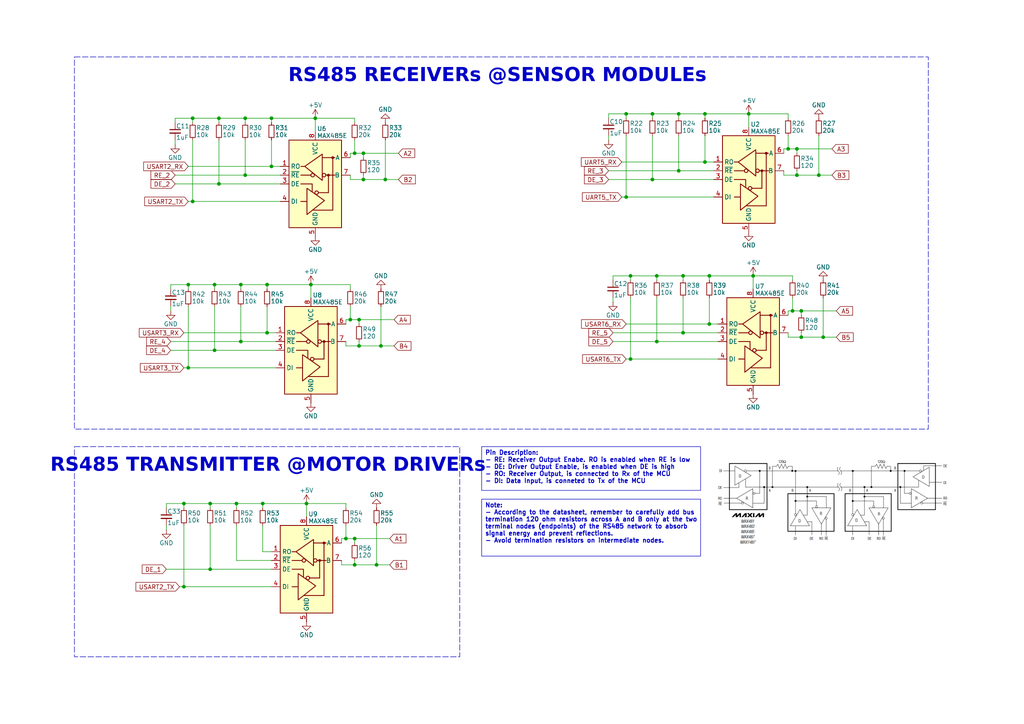
<source format=kicad_sch>
(kicad_sch (version 20231120) (generator "eeschema") (generator_version "8.0")
  (paper "A4")
  (lib_symbols
    (symbol "Device:C_Small" (pin_numbers hide) (pin_names (offset 0.254) hide)
      (property "Reference" "C" (at 0.254 1.778 0))
      (property "Value" "C_Small" (at 0.254 -2.032 0))
      (symbol "C_Small_0_1"
        (polyline (pts (xy -1.524 -0.508) (xy 1.524 -0.508)) (stroke (width 0.3302)))
        (polyline (pts (xy -1.524 0.508) (xy 1.524 0.508)) (stroke (width 0.3048)))
      )
      (symbol "C_Small_1_1"
        (pin passive line (at 0 2.54 270) (length 2.032) (name "~") (number "1"))
        (pin passive line (at 0 -2.54 90) (length 2.032) (name "~") (number "2"))
      )
    )
    (symbol "Device:R_Small" (pin_numbers hide) (pin_names (offset 0.254) hide)
      (property "Reference" "R" (at 0.762 0.508 0))
      (property "Value" "R_Small" (at 0.762 -1.016 0))
      (symbol "R_Small_0_1"
        (rectangle (start -0.762 1.778) (end 0.762 -1.778) (stroke (width 0.2032)))
      )
      (symbol "R_Small_1_1"
        (pin passive line (at 0 2.54 270) (length 0.762) (name "~") (number "1"))
        (pin passive line (at 0 -2.54 90) (length 0.762) (name "~") (number "2"))
      )
    )
    (symbol "Interface_UART:MAX485E"
      (property "Reference" "U" (at -6.985 13.97 0))
      (property "Value" "MAX485E" (at 1.905 13.97 0))
      (symbol "MAX485E_0_1"
        (rectangle (start -7.62 12.7) (end 7.62 -12.7) (stroke (width 0.254)) (fill (type background)))
        (polyline (pts (xy -4.191 2.54) (xy -1.27 2.54)) (stroke (width 0.254)))
        (polyline (pts (xy -2.54 -5.08) (xy -4.191 -5.08)) (stroke (width 0.254)))
        (polyline (pts (xy -0.635 -7.62) (xy 5.08 -7.62)) (stroke (width 0.254)))
        (polyline (pts (xy 0.889 -2.54) (xy 3.81 -2.54)) (stroke (width 0.254)))
        (polyline (pts (xy 2.032 7.62) (xy 5.715 7.62)) (stroke (width 0.254)))
        (polyline (pts (xy 3.048 2.54) (xy 5.715 2.54)) (stroke (width 0.254)))
        (polyline (pts (xy 3.81 -2.54) (xy 3.81 2.54)) (stroke (width 0.254)))
        (polyline (pts (xy 5.08 -7.62) (xy 5.08 7.62)) (stroke (width 0.254)))
        (polyline (pts (xy -4.191 0) (xy -0.889 0) (xy -0.889 -2.286)) (stroke (width 0.254)))
        (polyline (pts (xy -3.175 5.08) (xy -4.191 5.08) (xy -4.064 5.08)) (stroke (width 0.254)))
        (polyline (pts (xy -2.413 -5.08) (xy -2.413 -1.27) (xy 2.667 -4.826) (xy -2.413 -8.89) (xy -2.413 -5.08)) (stroke (width 0.254)))
        (circle (center 0.381 -2.54) (radius 0.508) (stroke (width 0.254)))
        (circle (center 3.81 2.54) (radius 0.2794) (stroke (width 0.254)) (fill (type outline)))
      )
      (symbol "MAX485E_1_1"
        (circle (center -0.762 2.54) (radius 0.508) (stroke (width 0.254)))
        (polyline (pts (xy 2.032 4.826) (xy 2.032 8.636) (xy -3.048 5.08) (xy 2.032 1.016) (xy 2.032 4.826)) (stroke (width 0.254)))
        (circle (center 2.54 2.54) (radius 0.508) (stroke (width 0.254)))
        (circle (center 5.08 7.62) (radius 0.2794) (stroke (width 0.254)) (fill (type outline)))
        (pin output line (at -10.16 5.08 0) (length 2.54) (name "RO") (number "1"))
        (pin input line (at -10.16 2.54 0) (length 2.54) (name "~{RE}") (number "2"))
        (pin input line (at -10.16 0 0) (length 2.54) (name "DE") (number "3"))
        (pin input line (at -10.16 -5.08 0) (length 2.54) (name "DI") (number "4"))
        (pin power_in line (at 0 -15.24 90) (length 2.54) (name "GND") (number "5"))
        (pin bidirectional line (at 10.16 7.62 180) (length 2.54) (name "A") (number "6"))
        (pin bidirectional line (at 10.16 2.54 180) (length 2.54) (name "B") (number "7"))
        (pin power_in line (at 0 15.24 270) (length 2.54) (name "VCC") (number "8"))
      )
    )
    (symbol "power:+5V" (power) (pin_numbers hide) (pin_names (offset 0) hide)
      (property "Value" "+5V" (at 0 3.556 0))
      (symbol "+5V_0_1"
        (polyline (pts (xy -0.762 1.27) (xy 0 2.54)))
        (polyline (pts (xy 0 0) (xy 0 2.54)))
        (polyline (pts (xy 0 2.54) (xy 0.762 1.27)))
      )
      (symbol "+5V_1_1"
        (pin power_in line (at 0 0 90) (length 0) (name "~") (number "1"))
      )
    )
    (symbol "power:GND" (power) (pin_numbers hide) (pin_names (offset 0) hide)
      (property "Value" "GND" (at 0 -3.81 0))
      (symbol "GND_0_1"
        (polyline (pts (xy 0 0) (xy 0 -1.27) (xy 1.27 -1.27) (xy 0 -2.54) (xy -1.27 -1.27) (xy 0 -1.27)))
      )
      (symbol "GND_1_1"
        (pin power_in line (at 0 0 270) (length 0) (name "~") (number "1"))
      )
    )
  )
  (junction (at 181.61 33.02))
  (junction (at 238.76 97.79))
  (junction (at 198.12 96.52))
  (junction (at 218.44 80.01))
  (junction (at 62.23 101.6))
  (junction (at 204.47 46.99))
  (junction (at 71.12 34.29))
  (junction (at 78.74 48.26))
  (junction (at 90.17 82.55))
  (junction (at 228.6 43.18))
  (junction (at 63.5 34.29))
  (junction (at 205.74 80.01))
  (junction (at 198.12 80.01))
  (junction (at 63.5 53.34))
  (junction (at 109.22 163.83))
  (junction (at 102.87 156.21))
  (junction (at 189.23 52.07))
  (junction (at 237.49 50.8))
  (junction (at 68.58 146.05))
  (junction (at 101.6 92.71))
  (junction (at 102.87 44.45))
  (junction (at 77.47 96.52))
  (junction (at 229.87 90.17))
  (junction (at 102.87 163.83))
  (junction (at 190.5 80.01))
  (junction (at 111.76 52.07))
  (junction (at 54.61 106.68))
  (junction (at 76.2 146.05))
  (junction (at 110.49 100.33))
  (junction (at 205.74 93.98))
  (junction (at 88.9 146.05))
  (junction (at 196.85 49.53))
  (junction (at 196.85 33.02))
  (junction (at 105.41 52.07))
  (junction (at 190.5 99.06))
  (junction (at 217.17 33.02))
  (junction (at 54.61 82.55))
  (junction (at 104.14 92.71))
  (junction (at 62.23 82.55))
  (junction (at 231.14 43.18))
  (junction (at 77.47 82.55))
  (junction (at 60.96 165.1))
  (junction (at 100.33 156.21))
  (junction (at 53.34 146.05))
  (junction (at 232.41 97.79))
  (junction (at 182.88 80.01))
  (junction (at 91.44 34.29))
  (junction (at 204.47 33.02))
  (junction (at 69.85 82.55))
  (junction (at 55.88 58.42))
  (junction (at 69.85 99.06))
  (junction (at 189.23 33.02))
  (junction (at 104.14 100.33))
  (junction (at 181.61 57.15))
  (junction (at 78.74 34.29))
  (junction (at 105.41 44.45))
  (junction (at 60.96 146.05))
  (junction (at 232.41 90.17))
  (junction (at 71.12 50.8))
  (junction (at 55.88 34.29))
  (junction (at 231.14 50.8))
  (junction (at 53.34 170.18))
  (junction (at 182.88 104.14))
  (wire (pts (xy 62.23 82.55) (xy 62.23 83.82)))
  (wire (pts (xy 63.5 40.64) (xy 63.5 53.34)))
  (wire (pts (xy 49.53 90.17) (xy 49.53 88.9)))
  (wire (pts (xy 81.28 48.26) (xy 78.74 48.26)))
  (wire (pts (xy 217.17 33.02) (xy 217.17 36.83)))
  (wire (pts (xy 110.49 100.33) (xy 114.3 100.33)))
  (wire (pts (xy 182.88 86.36) (xy 182.88 104.14)))
  (wire (pts (xy 176.53 33.02) (xy 181.61 33.02)))
  (wire (pts (xy 69.85 88.9) (xy 69.85 99.06)))
  (wire (pts (xy 69.85 82.55) (xy 77.47 82.55)))
  (wire (pts (xy 55.88 34.29) (xy 63.5 34.29)))
  (wire (pts (xy 229.87 86.36) (xy 229.87 90.17)))
  (wire (pts (xy 101.6 52.07) (xy 101.6 50.8)))
  (wire (pts (xy 231.14 50.8) (xy 231.14 49.53)))
  (wire (pts (xy 100.33 92.71) (xy 101.6 92.71)))
  (wire (pts (xy 177.8 87.63) (xy 177.8 86.36)))
  (wire (pts (xy 217.17 33.02) (xy 228.6 33.02)))
  (wire (pts (xy 99.06 163.83) (xy 99.06 162.56)))
  (wire (pts (xy 49.53 82.55) (xy 54.61 82.55)))
  (wire (pts (xy 101.6 44.45) (xy 102.87 44.45)))
  (wire (pts (xy 105.41 44.45) (xy 105.41 45.72)))
  (wire (pts (xy 218.44 80.01) (xy 229.87 80.01)))
  (wire (pts (xy 101.6 52.07) (xy 105.41 52.07)))
  (wire (pts (xy 77.47 96.52) (xy 77.47 88.9)))
  (wire (pts (xy 198.12 81.28) (xy 198.12 80.01)))
  (wire (pts (xy 49.53 101.6) (xy 62.23 101.6)))
  (wire (pts (xy 55.88 58.42) (xy 81.28 58.42)))
  (wire (pts (xy 101.6 44.45) (xy 101.6 45.72)))
  (wire (pts (xy 102.87 156.21) (xy 102.87 157.48)))
  (wire (pts (xy 227.33 43.18) (xy 228.6 43.18)))
  (wire (pts (xy 196.85 33.02) (xy 204.47 33.02)))
  (wire (pts (xy 105.41 52.07) (xy 105.41 50.8)))
  (wire (pts (xy 80.01 96.52) (xy 77.47 96.52)))
  (wire (pts (xy 228.6 97.79) (xy 228.6 96.52)))
  (wire (pts (xy 109.22 152.4) (xy 109.22 163.83)))
  (wire (pts (xy 63.5 34.29) (xy 63.5 35.56)))
  (wire (pts (xy 180.34 46.99) (xy 204.47 46.99)))
  (wire (pts (xy 55.88 35.56) (xy 55.88 34.29)))
  (wire (pts (xy 53.34 96.52) (xy 77.47 96.52)))
  (wire (pts (xy 182.88 80.01) (xy 190.5 80.01)))
  (wire (pts (xy 77.47 82.55) (xy 90.17 82.55)))
  (wire (pts (xy 90.17 82.55) (xy 101.6 82.55)))
  (wire (pts (xy 50.8 41.91) (xy 50.8 40.64)))
  (wire (pts (xy 182.88 81.28) (xy 182.88 80.01)))
  (wire (pts (xy 196.85 39.37) (xy 196.85 49.53)))
  (wire (pts (xy 76.2 146.05) (xy 76.2 147.32)))
  (wire (pts (xy 189.23 39.37) (xy 189.23 52.07)))
  (wire (pts (xy 76.2 160.02) (xy 76.2 152.4)))
  (wire (pts (xy 101.6 88.9) (xy 101.6 92.71)))
  (wire (pts (xy 231.14 43.18) (xy 241.3 43.18)))
  (wire (pts (xy 204.47 33.02) (xy 204.47 34.29)))
  (wire (pts (xy 237.49 50.8) (xy 241.3 50.8)))
  (wire (pts (xy 227.33 50.8) (xy 231.14 50.8)))
  (wire (pts (xy 100.33 147.32) (xy 100.33 146.05)))
  (wire (pts (xy 227.33 50.8) (xy 227.33 49.53)))
  (wire (pts (xy 90.17 82.55) (xy 90.17 86.36)))
  (wire (pts (xy 99.06 163.83) (xy 102.87 163.83)))
  (wire (pts (xy 228.6 97.79) (xy 232.41 97.79)))
  (wire (pts (xy 50.8 34.29) (xy 55.88 34.29)))
  (wire (pts (xy 232.41 97.79) (xy 232.41 96.52)))
  (wire (pts (xy 189.23 33.02) (xy 196.85 33.02)))
  (wire (pts (xy 68.58 147.32) (xy 68.58 146.05)))
  (wire (pts (xy 238.76 97.79) (xy 242.57 97.79)))
  (wire (pts (xy 71.12 50.8) (xy 81.28 50.8)))
  (wire (pts (xy 181.61 93.98) (xy 205.74 93.98)))
  (wire (pts (xy 177.8 80.01) (xy 177.8 81.28)))
  (wire (pts (xy 198.12 96.52) (xy 208.28 96.52)))
  (wire (pts (xy 62.23 82.55) (xy 69.85 82.55)))
  (wire (pts (xy 228.6 90.17) (xy 228.6 91.44)))
  (wire (pts (xy 205.74 80.01) (xy 205.74 81.28)))
  (wire (pts (xy 182.88 104.14) (xy 208.28 104.14)))
  (wire (pts (xy 181.61 33.02) (xy 189.23 33.02)))
  (wire (pts (xy 102.87 163.83) (xy 109.22 163.83)))
  (wire (pts (xy 62.23 88.9) (xy 62.23 101.6)))
  (wire (pts (xy 101.6 92.71) (xy 104.14 92.71)))
  (wire (pts (xy 48.26 146.05) (xy 53.34 146.05)))
  (wire (pts (xy 48.26 165.1) (xy 60.96 165.1)))
  (wire (pts (xy 198.12 86.36) (xy 198.12 96.52)))
  (wire (pts (xy 60.96 146.05) (xy 68.58 146.05)))
  (wire (pts (xy 69.85 99.06) (xy 80.01 99.06)))
  (wire (pts (xy 196.85 49.53) (xy 207.01 49.53)))
  (wire (pts (xy 100.33 152.4) (xy 100.33 156.21)))
  (wire (pts (xy 101.6 83.82) (xy 101.6 82.55)))
  (wire (pts (xy 54.61 83.82) (xy 54.61 82.55)))
  (wire (pts (xy 176.53 49.53) (xy 196.85 49.53)))
  (wire (pts (xy 78.74 34.29) (xy 91.44 34.29)))
  (wire (pts (xy 71.12 35.56) (xy 71.12 34.29)))
  (wire (pts (xy 232.41 90.17) (xy 232.41 91.44)))
  (wire (pts (xy 102.87 156.21) (xy 113.03 156.21)))
  (wire (pts (xy 54.61 88.9) (xy 54.61 106.68)))
  (wire (pts (xy 181.61 57.15) (xy 207.01 57.15)))
  (wire (pts (xy 104.14 92.71) (xy 114.3 92.71)))
  (wire (pts (xy 204.47 46.99) (xy 204.47 39.37)))
  (wire (pts (xy 205.74 80.01) (xy 218.44 80.01)))
  (wire (pts (xy 68.58 146.05) (xy 76.2 146.05)))
  (wire (pts (xy 48.26 153.67) (xy 48.26 152.4)))
  (wire (pts (xy 91.44 34.29) (xy 91.44 38.1)))
  (wire (pts (xy 109.22 163.83) (xy 113.03 163.83)))
  (wire (pts (xy 198.12 80.01) (xy 205.74 80.01)))
  (wire (pts (xy 49.53 99.06) (xy 69.85 99.06)))
  (wire (pts (xy 190.5 99.06) (xy 208.28 99.06)))
  (wire (pts (xy 228.6 43.18) (xy 231.14 43.18)))
  (wire (pts (xy 190.5 86.36) (xy 190.5 99.06)))
  (wire (pts (xy 76.2 146.05) (xy 88.9 146.05)))
  (wire (pts (xy 190.5 80.01) (xy 198.12 80.01)))
  (wire (pts (xy 52.07 170.18) (xy 53.34 170.18)))
  (wire (pts (xy 228.6 34.29) (xy 228.6 33.02)))
  (wire (pts (xy 69.85 83.82) (xy 69.85 82.55)))
  (wire (pts (xy 177.8 96.52) (xy 198.12 96.52)))
  (wire (pts (xy 104.14 92.71) (xy 104.14 93.98)))
  (wire (pts (xy 99.06 156.21) (xy 100.33 156.21)))
  (wire (pts (xy 231.14 50.8) (xy 237.49 50.8)))
  (wire (pts (xy 100.33 92.71) (xy 100.33 93.98)))
  (wire (pts (xy 78.74 160.02) (xy 76.2 160.02)))
  (wire (pts (xy 228.6 39.37) (xy 228.6 43.18)))
  (wire (pts (xy 49.53 82.55) (xy 49.53 83.82)))
  (wire (pts (xy 91.44 34.29) (xy 102.87 34.29)))
  (wire (pts (xy 190.5 80.01) (xy 190.5 81.28)))
  (wire (pts (xy 176.53 33.02) (xy 176.53 34.29)))
  (wire (pts (xy 104.14 100.33) (xy 110.49 100.33)))
  (wire (pts (xy 60.96 165.1) (xy 78.74 165.1)))
  (wire (pts (xy 71.12 34.29) (xy 78.74 34.29)))
  (wire (pts (xy 205.74 93.98) (xy 205.74 86.36)))
  (wire (pts (xy 232.41 97.79) (xy 238.76 97.79)))
  (wire (pts (xy 229.87 81.28) (xy 229.87 80.01)))
  (wire (pts (xy 102.87 44.45) (xy 105.41 44.45)))
  (wire (pts (xy 111.76 52.07) (xy 115.57 52.07)))
  (wire (pts (xy 68.58 162.56) (xy 78.74 162.56)))
  (wire (pts (xy 88.9 146.05) (xy 88.9 149.86)))
  (wire (pts (xy 53.34 152.4) (xy 53.34 170.18)))
  (wire (pts (xy 54.61 48.26) (xy 78.74 48.26)))
  (wire (pts (xy 228.6 90.17) (xy 229.87 90.17)))
  (wire (pts (xy 189.23 33.02) (xy 189.23 34.29)))
  (wire (pts (xy 181.61 39.37) (xy 181.61 57.15)))
  (wire (pts (xy 180.34 57.15) (xy 181.61 57.15)))
  (wire (pts (xy 54.61 58.42) (xy 55.88 58.42)))
  (wire (pts (xy 50.8 53.34) (xy 63.5 53.34)))
  (wire (pts (xy 99.06 156.21) (xy 99.06 157.48)))
  (wire (pts (xy 176.53 40.64) (xy 176.53 39.37)))
  (wire (pts (xy 104.14 100.33) (xy 104.14 99.06)))
  (wire (pts (xy 68.58 152.4) (xy 68.58 162.56)))
  (wire (pts (xy 208.28 93.98) (xy 205.74 93.98)))
  (wire (pts (xy 232.41 90.17) (xy 242.57 90.17)))
  (wire (pts (xy 207.01 46.99) (xy 204.47 46.99)))
  (wire (pts (xy 50.8 50.8) (xy 71.12 50.8)))
  (wire (pts (xy 54.61 82.55) (xy 62.23 82.55)))
  (wire (pts (xy 78.74 34.29) (xy 78.74 35.56)))
  (wire (pts (xy 102.87 35.56) (xy 102.87 34.29)))
  (wire (pts (xy 181.61 34.29) (xy 181.61 33.02)))
  (wire (pts (xy 227.33 43.18) (xy 227.33 44.45)))
  (wire (pts (xy 63.5 34.29) (xy 71.12 34.29)))
  (wire (pts (xy 238.76 86.36) (xy 238.76 97.79)))
  (wire (pts (xy 60.96 152.4) (xy 60.96 165.1)))
  (wire (pts (xy 88.9 146.05) (xy 100.33 146.05)))
  (wire (pts (xy 53.34 147.32) (xy 53.34 146.05)))
  (wire (pts (xy 102.87 40.64) (xy 102.87 44.45)))
  (wire (pts (xy 53.34 146.05) (xy 60.96 146.05)))
  (wire (pts (xy 53.34 170.18) (xy 78.74 170.18)))
  (wire (pts (xy 62.23 101.6) (xy 80.01 101.6)))
  (wire (pts (xy 189.23 52.07) (xy 207.01 52.07)))
  (wire (pts (xy 100.33 100.33) (xy 100.33 99.06)))
  (wire (pts (xy 177.8 99.06) (xy 190.5 99.06)))
  (wire (pts (xy 110.49 88.9) (xy 110.49 100.33)))
  (wire (pts (xy 102.87 163.83) (xy 102.87 162.56)))
  (wire (pts (xy 196.85 34.29) (xy 196.85 33.02)))
  (wire (pts (xy 50.8 34.29) (xy 50.8 35.56)))
  (wire (pts (xy 181.61 104.14) (xy 182.88 104.14)))
  (wire (pts (xy 237.49 39.37) (xy 237.49 50.8)))
  (wire (pts (xy 63.5 53.34) (xy 81.28 53.34)))
  (wire (pts (xy 100.33 100.33) (xy 104.14 100.33)))
  (wire (pts (xy 105.41 52.07) (xy 111.76 52.07)))
  (wire (pts (xy 229.87 90.17) (xy 232.41 90.17)))
  (wire (pts (xy 78.74 48.26) (xy 78.74 40.64)))
  (wire (pts (xy 48.26 146.05) (xy 48.26 147.32)))
  (wire (pts (xy 177.8 80.01) (xy 182.88 80.01)))
  (wire (pts (xy 105.41 44.45) (xy 115.57 44.45)))
  (wire (pts (xy 100.33 156.21) (xy 102.87 156.21)))
  (wire (pts (xy 218.44 80.01) (xy 218.44 83.82)))
  (wire (pts (xy 71.12 40.64) (xy 71.12 50.8)))
  (wire (pts (xy 54.61 106.68) (xy 80.01 106.68)))
  (wire (pts (xy 204.47 33.02) (xy 217.17 33.02)))
  (wire (pts (xy 231.14 43.18) (xy 231.14 44.45)))
  (wire (pts (xy 55.88 40.64) (xy 55.88 58.42)))
  (wire (pts (xy 53.34 106.68) (xy 54.61 106.68)))
  (wire (pts (xy 77.47 82.55) (xy 77.47 83.82)))
  (wire (pts (xy 60.96 146.05) (xy 60.96 147.32)))
  (wire (pts (xy 176.53 52.07) (xy 189.23 52.07)))
  (wire (pts (xy 111.76 40.64) (xy 111.76 52.07)))
  (rectangle (start 21.59 16.51) (end 269.24 124.46) (stroke (width 0) (type dash)))
  (rectangle (start 21.59 129.54) (end 133.35 190.5) (stroke (width 0) (type dash)))
  (image (at 242.57 144.78) (scale 0.217673))
  (text_box "Pin Description:\n- RE: Receiver Output Enabe. RO is enabled when RE is low\n- DE: Driver Output Enable, is enabled when DE is high\n- RO: Receiver Output, is connected to Rx of the MCU\n- DI: Data Input, is conneted to Tx of the MCU" (at 139.7 129.54 0) (size 63.5 12.7) (effects (font (size 1.27 1.27) (thickness 0.254) (bold yes)) (justify left top)))
  (text_box "Note:\n- According to the datasheet, remember to carefully add bus termination 120 ohm resistors across A and B only at the two terminal nodes (endpoints) of the RS485 network to absorb signal energy and prevent reflections. \n- Avoid termination resistors on intermediate nodes." (at 139.7 144.78 0) (size 63.5 16.51) (effects (font (size 1.27 1.27) (thickness 0.254) (bold yes)) (justify left top)))
  (text "RS485 TRANSMITTER @MOTOR DRIVERs" (at 77.724 136.144 0) (effects (font (size 4 4) (thickness 0.8) (bold yes))))
  (text "RS485 RECEIVERs @SENSOR MODULEs" (at 144.272 23.114 0) (effects (font (size 4 4) (thickness 0.8) (bold yes))))
  (global_label "B5" (shape input) (at 242.57 97.79 0) (property "Intersheetrefs" "${INTERSHEET_REFS}" (effects (hide yes))))
  (global_label "USART6_TX" (shape input) (at 181.61 104.14 180) (property "Intersheetrefs" "${INTERSHEET_REFS}" (effects (hide yes))))
  (global_label "A2" (shape input) (at 115.57 44.45 0) (property "Intersheetrefs" "${INTERSHEET_REFS}" (effects (hide yes))))
  (global_label "USART2_TX" (shape input) (at 52.07 170.18 180) (property "Intersheetrefs" "${INTERSHEET_REFS}" (effects (hide yes))))
  (global_label "RE_3" (shape input) (at 176.53 49.53 180) (property "Intersheetrefs" "${INTERSHEET_REFS}" (effects (hide yes))))
  (global_label "UART5_RX" (shape input) (at 180.34 46.99 180) (property "Intersheetrefs" "${INTERSHEET_REFS}" (effects (hide yes))))
  (global_label "DE_3" (shape input) (at 176.53 52.07 180) (property "Intersheetrefs" "${INTERSHEET_REFS}" (effects (hide yes))))
  (global_label "B1" (shape input) (at 113.03 163.83 0) (property "Intersheetrefs" "${INTERSHEET_REFS}" (effects (hide yes))))
  (global_label "RE_4" (shape input) (at 49.53 99.06 180) (property "Intersheetrefs" "${INTERSHEET_REFS}" (effects (hide yes))))
  (global_label "A1" (shape input) (at 113.03 156.21 0) (property "Intersheetrefs" "${INTERSHEET_REFS}" (effects (hide yes))))
  (global_label "DE_4" (shape input) (at 49.53 101.6 180) (property "Intersheetrefs" "${INTERSHEET_REFS}" (effects (hide yes))))
  (global_label "A3" (shape input) (at 241.3 43.18 0) (property "Intersheetrefs" "${INTERSHEET_REFS}" (effects (hide yes))))
  (global_label "USART3_TX" (shape input) (at 53.34 106.68 180) (property "Intersheetrefs" "${INTERSHEET_REFS}" (effects (hide yes))))
  (global_label "RE_2" (shape input) (at 50.8 50.8 180) (property "Intersheetrefs" "${INTERSHEET_REFS}" (effects (hide yes))))
  (global_label "A5" (shape input) (at 242.57 90.17 0) (property "Intersheetrefs" "${INTERSHEET_REFS}" (effects (hide yes))))
  (global_label "DE_1" (shape input) (at 48.26 165.1 180) (property "Intersheetrefs" "${INTERSHEET_REFS}" (effects (hide yes))))
  (global_label "USART6_RX" (shape input) (at 181.61 93.98 180) (property "Intersheetrefs" "${INTERSHEET_REFS}" (effects (hide yes))))
  (global_label "USART3_RX" (shape input) (at 53.34 96.52 180) (property "Intersheetrefs" "${INTERSHEET_REFS}" (effects (hide yes))))
  (global_label "B4" (shape input) (at 114.3 100.33 0) (property "Intersheetrefs" "${INTERSHEET_REFS}" (effects (hide yes))))
  (global_label "DE_2" (shape input) (at 50.8 53.34 180) (property "Intersheetrefs" "${INTERSHEET_REFS}" (effects (hide yes))))
  (global_label "RE_5" (shape input) (at 177.8 96.52 180) (property "Intersheetrefs" "${INTERSHEET_REFS}" (effects (hide yes))))
  (global_label "B3" (shape input) (at 241.3 50.8 0) (property "Intersheetrefs" "${INTERSHEET_REFS}" (effects (hide yes))))
  (global_label "USART2_TX" (shape input) (at 54.61 58.42 180) (property "Intersheetrefs" "${INTERSHEET_REFS}" (effects (hide yes))))
  (global_label "A4" (shape input) (at 114.3 92.71 0) (property "Intersheetrefs" "${INTERSHEET_REFS}" (effects (hide yes))))
  (global_label "DE_5" (shape input) (at 177.8 99.06 180) (property "Intersheetrefs" "${INTERSHEET_REFS}" (effects (hide yes))))
  (global_label "UART5_TX" (shape input) (at 180.34 57.15 180) (property "Intersheetrefs" "${INTERSHEET_REFS}" (effects (hide yes))))
  (global_label "USART2_RX" (shape input) (at 54.61 48.26 180) (property "Intersheetrefs" "${INTERSHEET_REFS}" (effects (hide yes))))
  (global_label "B2" (shape input) (at 115.57 52.07 0) (property "Intersheetrefs" "${INTERSHEET_REFS}" (effects (hide yes))))
  (symbol (lib_id "Device:R_Small") (at 62.23 86.36 180) (unit 1)
    (property "Reference" "R43" (at 63.246 85.344 0) (effects (justify right)))
    (property "Value" "10k" (at 63.246 87.376 0) (effects (justify right)))
    (property "Footprint" "Resistor_SMD:R_0603_1608Metric" (effects (hide yes)))
    (property "Description" "Resistor, small symbol" (effects (hide yes)))
  )
  (symbol (lib_id "Device:R_Small") (at 104.14 96.52 180) (unit 1)
    (property "Reference" "R49" (at 105.156 95.504 0) (effects (justify right)))
    (property "Value" "120" (at 105.156 97.536 0) (effects (justify right)))
    (property "Footprint" "Resistor_SMD:R_0603_1608Metric" (effects (hide yes)))
    (property "Description" "Resistor, small symbol" (effects (hide yes)))
  )
  (symbol (lib_id "Device:R_Small") (at 182.88 83.82 180) (unit 1)
    (property "Reference" "R36" (at 183.896 82.804 0) (effects (justify right)))
    (property "Value" "10k" (at 183.896 84.836 0) (effects (justify right)))
    (property "Footprint" "Resistor_SMD:R_0603_1608Metric" (effects (hide yes)))
    (property "Description" "Resistor, small symbol" (effects (hide yes)))
  )
  (symbol (lib_id "Device:R_Small") (at 228.6 36.83 180) (unit 1)
    (property "Reference" "R26" (at 229.616 35.814 0) (effects (justify right)))
    (property "Value" "20k" (at 229.616 37.846 0) (effects (justify right)))
    (property "Footprint" "Resistor_SMD:R_0603_1608Metric" (effects (hide yes)))
    (property "Description" "Resistor, small symbol" (effects (hide yes)))
  )
  (symbol (lib_id "Device:R_Small") (at 69.85 86.36 180) (unit 1)
    (property "Reference" "R44" (at 70.866 85.344 0) (effects (justify right)))
    (property "Value" "10k" (at 70.866 87.376 0) (effects (justify right)))
    (property "Footprint" "Resistor_SMD:R_0603_1608Metric" (effects (hide yes)))
    (property "Description" "Resistor, small symbol" (effects (hide yes)))
  )
  (symbol (lib_id "power:+5V") (at 88.9 146.05 0) (unit 1)
    (property "Reference" "#PWR073" (effects (hide yes)))
    (property "Value" "+5V" (at 88.9 142.24 0))
    (property "Description" "Power symbol creates a global label with name \"+5V\"" (effects (hide yes)))
  )
  (symbol (lib_id "power:GND") (at 48.26 153.67 0) (unit 1)
    (property "Reference" "#PWR075" (effects (hide yes)))
    (property "Value" "GND" (at 48.26 157.48 0))
    (property "Description" "Power symbol creates a global label with name \"GND\" , ground" (effects (hide yes)))
  )
  (symbol (lib_id "Device:R_Small") (at 60.96 149.86 180) (unit 1)
    (property "Reference" "R51" (at 61.976 148.844 0) (effects (justify right)))
    (property "Value" "10k" (at 61.976 150.876 0) (effects (justify right)))
    (property "Footprint" "Resistor_SMD:R_0603_1608Metric" (effects (hide yes)))
    (property "Description" "Resistor, small symbol" (effects (hide yes)))
  )
  (symbol (lib_id "Device:R_Small") (at 102.87 38.1 180) (unit 1)
    (property "Reference" "R32" (at 103.886 37.084 0) (effects (justify right)))
    (property "Value" "20k" (at 103.886 39.116 0) (effects (justify right)))
    (property "Footprint" "Resistor_SMD:R_0603_1608Metric" (effects (hide yes)))
    (property "Description" "Resistor, small symbol" (effects (hide yes)))
  )
  (symbol (lib_id "Device:R_Small") (at 109.22 149.86 180) (unit 1)
    (property "Reference" "R55" (at 110.236 148.844 0) (effects (justify right)))
    (property "Value" "20k" (at 110.236 150.876 0) (effects (justify right)))
    (property "Footprint" "Resistor_SMD:R_0603_1608Metric" (effects (hide yes)))
    (property "Description" "Resistor, small symbol" (effects (hide yes)))
  )
  (symbol (lib_id "power:GND") (at 237.49 34.29 180) (unit 1)
    (property "Reference" "#PWR010" (effects (hide yes)))
    (property "Value" "GND" (at 237.49 30.48 0))
    (property "Description" "Power symbol creates a global label with name \"GND\" , ground" (effects (hide yes)))
  )
  (symbol (lib_id "Device:R_Small") (at 55.88 38.1 180) (unit 1)
    (property "Reference" "R28" (at 56.896 37.084 0) (effects (justify right)))
    (property "Value" "10k" (at 56.896 39.116 0) (effects (justify right)))
    (property "Footprint" "Resistor_SMD:R_0603_1608Metric" (effects (hide yes)))
    (property "Description" "Resistor, small symbol" (effects (hide yes)))
  )
  (symbol (lib_id "power:GND") (at 88.9 180.34 0) (unit 1)
    (property "Reference" "#PWR076" (effects (hide yes)))
    (property "Value" "GND" (at 88.9 184.15 0))
    (property "Description" "Power symbol creates a global label with name \"GND\" , ground" (effects (hide yes)))
  )
  (symbol (lib_id "Device:R_Small") (at 101.6 86.36 180) (unit 1)
    (property "Reference" "R46" (at 102.616 85.344 0) (effects (justify right)))
    (property "Value" "20k" (at 102.616 87.376 0) (effects (justify right)))
    (property "Footprint" "Resistor_SMD:R_0603_1608Metric" (effects (hide yes)))
    (property "Description" "Resistor, small symbol" (effects (hide yes)))
  )
  (symbol (lib_id "Interface_UART:MAX485E") (at 91.44 53.34 0) (unit 1)
    (property "Reference" "U6" (at 91.948 37.338 0) (effects (justify left)))
    (property "Value" "MAX485E" (at 91.948 39.37 0) (effects (justify left)))
    (property "Footprint" "Package_SO:SOIC-8_3.9x4.9mm_P1.27mm" (effects (hide yes)))
    (property "Datasheet" "https://datasheets.maximintegrated.com/en/ds/MAX1487E-MAX491E.pdf" (effects (hide yes)))
    (property "Description" "Half duplex RS-485/RS-422, 2.5 Mbps, ±15kV electro-static discharge (ESD) protection, no slew-rate, no low-power shutdown, with receiver/driver enable, 32 receiver drive capability, DIP-8 and SOIC-8" (effects (hide yes)))
  )
  (symbol (lib_id "power:GND") (at 177.8 87.63 0) (unit 1)
    (property "Reference" "#PWR069" (effects (hide yes)))
    (property "Value" "GND" (at 177.8 91.44 0))
    (property "Description" "Power symbol creates a global label with name \"GND\" , ground" (effects (hide yes)))
  )
  (symbol (lib_id "Device:R_Small") (at 71.12 38.1 180) (unit 1)
    (property "Reference" "R30" (at 72.136 37.084 0) (effects (justify right)))
    (property "Value" "10k" (at 72.136 39.116 0) (effects (justify right)))
    (property "Footprint" "Resistor_SMD:R_0603_1608Metric" (effects (hide yes)))
    (property "Description" "Resistor, small symbol" (effects (hide yes)))
  )
  (symbol (lib_id "Interface_UART:MAX485E") (at 217.17 52.07 0) (unit 1)
    (property "Reference" "U2" (at 217.678 36.068 0) (effects (justify left)))
    (property "Value" "MAX485E" (at 217.678 38.1 0) (effects (justify left)))
    (property "Footprint" "Package_SO:SOIC-8_3.9x4.9mm_P1.27mm" (effects (hide yes)))
    (property "Datasheet" "https://datasheets.maximintegrated.com/en/ds/MAX1487E-MAX491E.pdf" (effects (hide yes)))
    (property "Description" "Half duplex RS-485/RS-422, 2.5 Mbps, ±15kV electro-static discharge (ESD) protection, no slew-rate, no low-power shutdown, with receiver/driver enable, 32 receiver drive capability, DIP-8 and SOIC-8" (effects (hide yes)))
  )
  (symbol (lib_id "Device:R_Small") (at 53.34 149.86 180) (unit 1)
    (property "Reference" "R50" (at 54.356 148.844 0) (effects (justify right)))
    (property "Value" "10k" (at 54.356 150.876 0) (effects (justify right)))
    (property "Footprint" "Resistor_SMD:R_0603_1608Metric" (effects (hide yes)))
    (property "Description" "Resistor, small symbol" (effects (hide yes)))
  )
  (symbol (lib_id "power:GND") (at 91.44 68.58 0) (unit 1)
    (property "Reference" "#PWR064" (effects (hide yes)))
    (property "Value" "GND" (at 91.44 72.39 0))
    (property "Description" "Power symbol creates a global label with name \"GND\" , ground" (effects (hide yes)))
  )
  (symbol (lib_id "Device:R_Small") (at 229.87 83.82 180) (unit 1)
    (property "Reference" "R40" (at 230.886 82.804 0) (effects (justify right)))
    (property "Value" "20k" (at 230.886 84.836 0) (effects (justify right)))
    (property "Footprint" "Resistor_SMD:R_0603_1608Metric" (effects (hide yes)))
    (property "Description" "Resistor, small symbol" (effects (hide yes)))
  )
  (symbol (lib_id "Device:R_Small") (at 105.41 48.26 180) (unit 1)
    (property "Reference" "R35" (at 106.426 47.244 0) (effects (justify right)))
    (property "Value" "120" (at 106.426 49.276 0) (effects (justify right)))
    (property "Footprint" "Resistor_SMD:R_0603_1608Metric" (effects (hide yes)))
    (property "Description" "Resistor, small symbol" (effects (hide yes)))
  )
  (symbol (lib_id "Interface_UART:MAX485E") (at 90.17 101.6 0) (unit 1)
    (property "Reference" "U8" (at 90.678 85.598 0) (effects (justify left)))
    (property "Value" "MAX485E" (at 90.678 87.63 0) (effects (justify left)))
    (property "Footprint" "Package_SO:SOIC-8_3.9x4.9mm_P1.27mm" (effects (hide yes)))
    (property "Datasheet" "https://datasheets.maximintegrated.com/en/ds/MAX1487E-MAX491E.pdf" (effects (hide yes)))
    (property "Description" "Half duplex RS-485/RS-422, 2.5 Mbps, ±15kV electro-static discharge (ESD) protection, no slew-rate, no low-power shutdown, with receiver/driver enable, 32 receiver drive capability, DIP-8 and SOIC-8" (effects (hide yes)))
  )
  (symbol (lib_id "power:GND") (at 49.53 90.17 0) (unit 1)
    (property "Reference" "#PWR070" (effects (hide yes)))
    (property "Value" "GND" (at 49.53 93.98 0))
    (property "Description" "Power symbol creates a global label with name \"GND\" , ground" (effects (hide yes)))
  )
  (symbol (lib_id "power:GND") (at 110.49 83.82 180) (unit 1)
    (property "Reference" "#PWR068" (effects (hide yes)))
    (property "Value" "GND" (at 110.49 80.01 0))
    (property "Description" "Power symbol creates a global label with name \"GND\" , ground" (effects (hide yes)))
  )
  (symbol (lib_id "Device:C_Small") (at 50.8 38.1 0) (unit 1)
    (property "Reference" "C11" (at 51.054 36.576 0) (effects (justify left)))
    (property "Value" "1uF" (at 51.054 39.878 0) (effects (justify left)))
    (property "Footprint" "Capacitor_SMD:C_0603_1608Metric" (effects (hide yes)))
    (property "Description" "Unpolarized capacitor, small symbol" (effects (hide yes)))
  )
  (symbol (lib_id "power:GND") (at 109.22 147.32 180) (unit 1)
    (property "Reference" "#PWR074" (effects (hide yes)))
    (property "Value" "GND" (at 109.22 143.51 0))
    (property "Description" "Power symbol creates a global label with name \"GND\" , ground" (effects (hide yes)))
  )
  (symbol (lib_id "power:+5V") (at 91.44 34.29 0) (unit 1)
    (property "Reference" "#PWR05" (effects (hide yes)))
    (property "Value" "+5V" (at 91.44 30.48 0))
    (property "Description" "Power symbol creates a global label with name \"+5V\"" (effects (hide yes)))
  )
  (symbol (lib_id "power:GND") (at 218.44 114.3 0) (unit 1)
    (property "Reference" "#PWR071" (effects (hide yes)))
    (property "Value" "GND" (at 218.44 118.11 0))
    (property "Description" "Power symbol creates a global label with name \"GND\" , ground" (effects (hide yes)))
  )
  (symbol (lib_id "power:GND") (at 111.76 35.56 180) (unit 1)
    (property "Reference" "#PWR011" (effects (hide yes)))
    (property "Value" "GND" (at 111.76 31.75 0))
    (property "Description" "Power symbol creates a global label with name \"GND\" , ground" (effects (hide yes)))
  )
  (symbol (lib_id "Device:R_Small") (at 237.49 36.83 180) (unit 1)
    (property "Reference" "R27" (at 238.506 35.814 0) (effects (justify right)))
    (property "Value" "20k" (at 238.506 37.846 0) (effects (justify right)))
    (property "Footprint" "Resistor_SMD:R_0603_1608Metric" (effects (hide yes)))
    (property "Description" "Resistor, small symbol" (effects (hide yes)))
  )
  (symbol (lib_id "power:GND") (at 238.76 81.28 180) (unit 1)
    (property "Reference" "#PWR066" (effects (hide yes)))
    (property "Value" "GND" (at 238.76 77.47 0))
    (property "Description" "Power symbol creates a global label with name \"GND\" , ground" (effects (hide yes)))
  )
  (symbol (lib_id "Device:R_Small") (at 78.74 38.1 180) (unit 1)
    (property "Reference" "R31" (at 79.756 37.084 0) (effects (justify right)))
    (property "Value" "10k" (at 79.756 39.116 0) (effects (justify right)))
    (property "Footprint" "Resistor_SMD:R_0603_1608Metric" (effects (hide yes)))
    (property "Description" "Resistor, small symbol" (effects (hide yes)))
  )
  (symbol (lib_id "power:GND") (at 176.53 40.64 0) (unit 1)
    (property "Reference" "#PWR012" (effects (hide yes)))
    (property "Value" "GND" (at 176.53 44.45 0))
    (property "Description" "Power symbol creates a global label with name \"GND\" , ground" (effects (hide yes)))
  )
  (symbol (lib_id "Device:C_Small") (at 177.8 83.82 0) (unit 1)
    (property "Reference" "C12" (at 178.054 82.296 0) (effects (justify left)))
    (property "Value" "1uF" (at 178.054 85.598 0) (effects (justify left)))
    (property "Footprint" "Capacitor_SMD:C_0603_1608Metric" (effects (hide yes)))
    (property "Description" "Unpolarized capacitor, small symbol" (effects (hide yes)))
  )
  (symbol (lib_id "Device:R_Small") (at 77.47 86.36 180) (unit 1)
    (property "Reference" "R45" (at 78.486 85.344 0) (effects (justify right)))
    (property "Value" "10k" (at 78.486 87.376 0) (effects (justify right)))
    (property "Footprint" "Resistor_SMD:R_0603_1608Metric" (effects (hide yes)))
    (property "Description" "Resistor, small symbol" (effects (hide yes)))
  )
  (symbol (lib_id "power:+5V") (at 217.17 33.02 0) (unit 1)
    (property "Reference" "#PWR04" (effects (hide yes)))
    (property "Value" "+5V" (at 217.17 29.21 0))
    (property "Description" "Power symbol creates a global label with name \"+5V\"" (effects (hide yes)))
  )
  (symbol (lib_id "Device:R_Small") (at 54.61 86.36 180) (unit 1)
    (property "Reference" "R42" (at 55.626 85.344 0) (effects (justify right)))
    (property "Value" "10k" (at 55.626 87.376 0) (effects (justify right)))
    (property "Footprint" "Resistor_SMD:R_0603_1608Metric" (effects (hide yes)))
    (property "Description" "Resistor, small symbol" (effects (hide yes)))
  )
  (symbol (lib_id "Interface_UART:MAX485E") (at 88.9 165.1 0) (unit 1)
    (property "Reference" "U9" (at 89.408 149.098 0) (effects (justify left)))
    (property "Value" "MAX485E" (at 89.408 151.13 0) (effects (justify left)))
    (property "Footprint" "Package_SO:SOIC-8_3.9x4.9mm_P1.27mm" (effects (hide yes)))
    (property "Datasheet" "https://datasheets.maximintegrated.com/en/ds/MAX1487E-MAX491E.pdf" (effects (hide yes)))
    (property "Description" "Half duplex RS-485/RS-422, 2.5 Mbps, ±15kV electro-static discharge (ESD) protection, no slew-rate, no low-power shutdown, with receiver/driver enable, 32 receiver drive capability, DIP-8 and SOIC-8" (effects (hide yes)))
  )
  (symbol (lib_id "Device:C_Small") (at 48.26 149.86 0) (unit 1)
    (property "Reference" "C33" (at 48.514 148.336 0) (effects (justify left)))
    (property "Value" "1uF" (at 48.514 151.638 0) (effects (justify left)))
    (property "Footprint" "Capacitor_SMD:C_0603_1608Metric" (effects (hide yes)))
    (property "Description" "Unpolarized capacitor, small symbol" (effects (hide yes)))
  )
  (symbol (lib_id "Device:C_Small") (at 176.53 36.83 0) (unit 1)
    (property "Reference" "C10" (at 176.784 35.306 0) (effects (justify left)))
    (property "Value" "1uF" (at 176.784 38.608 0) (effects (justify left)))
    (property "Footprint" "Capacitor_SMD:C_0603_1608Metric" (effects (hide yes)))
    (property "Description" "Unpolarized capacitor, small symbol" (effects (hide yes)))
  )
  (symbol (lib_id "Device:R_Small") (at 232.41 93.98 180) (unit 1)
    (property "Reference" "R48" (at 233.426 92.964 0) (effects (justify right)))
    (property "Value" "120" (at 233.426 94.996 0) (effects (justify right)))
    (property "Footprint" "Resistor_SMD:R_0603_1608Metric" (effects (hide yes)))
    (property "Description" "Resistor, small symbol" (effects (hide yes)))
  )
  (symbol (lib_id "Device:R_Small") (at 63.5 38.1 180) (unit 1)
    (property "Reference" "R29" (at 64.516 37.084 0) (effects (justify right)))
    (property "Value" "10k" (at 64.516 39.116 0) (effects (justify right)))
    (property "Footprint" "Resistor_SMD:R_0603_1608Metric" (effects (hide yes)))
    (property "Description" "Resistor, small symbol" (effects (hide yes)))
  )
  (symbol (lib_id "power:+5V") (at 90.17 82.55 0) (unit 1)
    (property "Reference" "#PWR067" (effects (hide yes)))
    (property "Value" "+5V" (at 90.17 78.74 0))
    (property "Description" "Power symbol creates a global label with name \"+5V\"" (effects (hide yes)))
  )
  (symbol (lib_id "Device:R_Small") (at 111.76 38.1 180) (unit 1)
    (property "Reference" "R33" (at 112.776 37.084 0) (effects (justify right)))
    (property "Value" "20k" (at 112.776 39.116 0) (effects (justify right)))
    (property "Footprint" "Resistor_SMD:R_0603_1608Metric" (effects (hide yes)))
    (property "Description" "Resistor, small symbol" (effects (hide yes)))
  )
  (symbol (lib_id "Device:R_Small") (at 76.2 149.86 180) (unit 1)
    (property "Reference" "R53" (at 77.216 148.844 0) (effects (justify right)))
    (property "Value" "10k" (at 77.216 150.876 0) (effects (justify right)))
    (property "Footprint" "Resistor_SMD:R_0603_1608Metric" (effects (hide yes)))
    (property "Description" "Resistor, small symbol" (effects (hide yes)))
  )
  (symbol (lib_id "Interface_UART:MAX485E") (at 218.44 99.06 0) (unit 1)
    (property "Reference" "U7" (at 218.948 83.058 0) (effects (justify left)))
    (property "Value" "MAX485E" (at 218.948 85.09 0) (effects (justify left)))
    (property "Footprint" "Package_SO:SOIC-8_3.9x4.9mm_P1.27mm" (effects (hide yes)))
    (property "Datasheet" "https://datasheets.maximintegrated.com/en/ds/MAX1487E-MAX491E.pdf" (effects (hide yes)))
    (property "Description" "Half duplex RS-485/RS-422, 2.5 Mbps, ±15kV electro-static discharge (ESD) protection, no slew-rate, no low-power shutdown, with receiver/driver enable, 32 receiver drive capability, DIP-8 and SOIC-8" (effects (hide yes)))
  )
  (symbol (lib_id "Device:R_Small") (at 102.87 160.02 180) (unit 1)
    (property "Reference" "R56" (at 103.886 159.004 0) (effects (justify right)))
    (property "Value" "120" (at 103.886 161.036 0) (effects (justify right)))
    (property "Footprint" "Resistor_SMD:R_0603_1608Metric" (effects (hide yes)))
    (property "Description" "Resistor, small symbol" (effects (hide yes)))
  )
  (symbol (lib_id "power:GND") (at 217.17 67.31 0) (unit 1)
    (property "Reference" "#PWR063" (effects (hide yes)))
    (property "Value" "GND" (at 217.17 71.12 0))
    (property "Description" "Power symbol creates a global label with name \"GND\" , ground" (effects (hide yes)))
  )
  (symbol (lib_id "Device:R_Small") (at 204.47 36.83 180) (unit 1)
    (property "Reference" "R25" (at 205.486 35.814 0) (effects (justify right)))
    (property "Value" "10k" (at 205.486 37.846 0) (effects (justify right)))
    (property "Footprint" "Resistor_SMD:R_0603_1608Metric" (effects (hide yes)))
    (property "Description" "Resistor, small symbol" (effects (hide yes)))
  )
  (symbol (lib_id "Device:R_Small") (at 181.61 36.83 180) (unit 1)
    (property "Reference" "R22" (at 182.626 35.814 0) (effects (justify right)))
    (property "Value" "10k" (at 182.626 37.846 0) (effects (justify right)))
    (property "Footprint" "Resistor_SMD:R_0603_1608Metric" (effects (hide yes)))
    (property "Description" "Resistor, small symbol" (effects (hide yes)))
  )
  (symbol (lib_id "Device:R_Small") (at 189.23 36.83 180) (unit 1)
    (property "Reference" "R23" (at 190.246 35.814 0) (effects (justify right)))
    (property "Value" "10k" (at 190.246 37.846 0) (effects (justify right)))
    (property "Footprint" "Resistor_SMD:R_0603_1608Metric" (effects (hide yes)))
    (property "Description" "Resistor, small symbol" (effects (hide yes)))
  )
  (symbol (lib_id "Device:R_Small") (at 198.12 83.82 180) (unit 1)
    (property "Reference" "R38" (at 199.136 82.804 0) (effects (justify right)))
    (property "Value" "10k" (at 199.136 84.836 0) (effects (justify right)))
    (property "Footprint" "Resistor_SMD:R_0603_1608Metric" (effects (hide yes)))
    (property "Description" "Resistor, small symbol" (effects (hide yes)))
  )
  (symbol (lib_id "Device:R_Small") (at 205.74 83.82 180) (unit 1)
    (property "Reference" "R39" (at 206.756 82.804 0) (effects (justify right)))
    (property "Value" "10k" (at 206.756 84.836 0) (effects (justify right)))
    (property "Footprint" "Resistor_SMD:R_0603_1608Metric" (effects (hide yes)))
    (property "Description" "Resistor, small symbol" (effects (hide yes)))
  )
  (symbol (lib_id "Device:R_Small") (at 238.76 83.82 180) (unit 1)
    (property "Reference" "R41" (at 239.776 82.804 0) (effects (justify right)))
    (property "Value" "20k" (at 239.776 84.836 0) (effects (justify right)))
    (property "Footprint" "Resistor_SMD:R_0603_1608Metric" (effects (hide yes)))
    (property "Description" "Resistor, small symbol" (effects (hide yes)))
  )
  (symbol (lib_id "power:+5V") (at 218.44 80.01 0) (unit 1)
    (property "Reference" "#PWR065" (effects (hide yes)))
    (property "Value" "+5V" (at 218.44 76.2 0))
    (property "Description" "Power symbol creates a global label with name \"+5V\"" (effects (hide yes)))
  )
  (symbol (lib_id "Device:R_Small") (at 231.14 46.99 180) (unit 1)
    (property "Reference" "R34" (at 232.156 45.974 0) (effects (justify right)))
    (property "Value" "120" (at 232.156 48.006 0) (effects (justify right)))
    (property "Footprint" "Resistor_SMD:R_0603_1608Metric" (effects (hide yes)))
    (property "Description" "Resistor, small symbol" (effects (hide yes)))
  )
  (symbol (lib_id "Device:R_Small") (at 100.33 149.86 180) (unit 1)
    (property "Reference" "R54" (at 101.346 148.844 0) (effects (justify right)))
    (property "Value" "20k" (at 101.346 150.876 0) (effects (justify right)))
    (property "Footprint" "Resistor_SMD:R_0603_1608Metric" (effects (hide yes)))
    (property "Description" "Resistor, small symbol" (effects (hide yes)))
  )
  (symbol (lib_id "Device:R_Small") (at 196.85 36.83 180) (unit 1)
    (property "Reference" "R24" (at 197.866 35.814 0) (effects (justify right)))
    (property "Value" "10k" (at 197.866 37.846 0) (effects (justify right)))
    (property "Footprint" "Resistor_SMD:R_0603_1608Metric" (effects (hide yes)))
    (property "Description" "Resistor, small symbol" (effects (hide yes)))
  )
  (symbol (lib_id "Device:C_Small") (at 49.53 86.36 0) (unit 1)
    (property "Reference" "C13" (at 49.784 84.836 0) (effects (justify left)))
    (property "Value" "1uF" (at 49.784 88.138 0) (effects (justify left)))
    (property "Footprint" "Capacitor_SMD:C_0603_1608Metric" (effects (hide yes)))
    (property "Description" "Unpolarized capacitor, small symbol" (effects (hide yes)))
  )
  (symbol (lib_id "power:GND") (at 50.8 41.91 0) (unit 1)
    (property "Reference" "#PWR062" (effects (hide yes)))
    (property "Value" "GND" (at 50.8 45.72 0))
    (property "Description" "Power symbol creates a global label with name \"GND\" , ground" (effects (hide yes)))
  )
  (symbol (lib_id "Device:R_Small") (at 190.5 83.82 180) (unit 1)
    (property "Reference" "R37" (at 191.516 82.804 0) (effects (justify right)))
    (property "Value" "10k" (at 191.516 84.836 0) (effects (justify right)))
    (property "Footprint" "Resistor_SMD:R_0603_1608Metric" (effects (hide yes)))
    (property "Description" "Resistor, small symbol" (effects (hide yes)))
  )
  (symbol (lib_id "Device:R_Small") (at 68.58 149.86 180) (unit 1)
    (property "Reference" "R52" (at 69.596 148.844 0) (effects (justify right)))
    (property "Value" "10k" (at 69.596 150.876 0) (effects (justify right)))
    (property "Footprint" "Resistor_SMD:R_0603_1608Metric" (effects (hide yes)))
    (property "Description" "Resistor, small symbol" (effects (hide yes)))
  )
  (symbol (lib_id "power:GND") (at 90.17 116.84 0) (unit 1)
    (property "Reference" "#PWR072" (effects (hide yes)))
    (property "Value" "GND" (at 90.17 120.65 0))
    (property "Description" "Power symbol creates a global label with name \"GND\" , ground" (effects (hide yes)))
  )
  (symbol (lib_id "Device:R_Small") (at 110.49 86.36 180) (unit 1)
    (property "Reference" "R47" (at 111.506 85.344 0) (effects (justify right)))
    (property "Value" "20k" (at 111.506 87.376 0) (effects (justify right)))
    (property "Footprint" "Resistor_SMD:R_0603_1608Metric" (effects (hide yes)))
    (property "Description" "Resistor, small symbol" (effects (hide yes)))
  )
)
</source>
